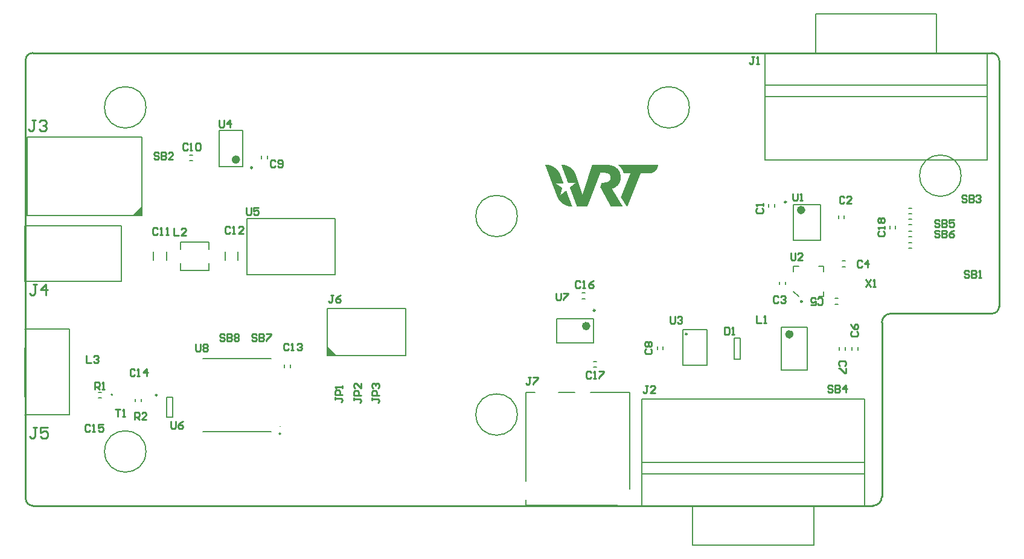
<source format=gto>
G04*
G04 #@! TF.GenerationSoftware,Altium Limited,Altium Designer,22.0.2 (36)*
G04*
G04 Layer_Color=65535*
%FSLAX44Y44*%
%MOMM*%
G71*
G04*
G04 #@! TF.SameCoordinates,2F7B36FA-1CAB-4409-8D5E-7B144DD93BD5*
G04*
G04*
G04 #@! TF.FilePolarity,Positive*
G04*
G01*
G75*
%ADD10C,0.1500*%
%ADD11C,0.2000*%
%ADD12C,0.2540*%
%ADD13C,0.1000*%
%ADD14C,0.6000*%
%ADD15C,0.2500*%
G36*
X150000Y407200D02*
X163000D01*
X163000Y420200D01*
X150000Y407200D01*
D02*
G37*
G36*
X422700Y224000D02*
Y211000D01*
X435700Y211000D01*
X422700Y224000D01*
D02*
G37*
G36*
X814092Y478353D02*
X816121D01*
Y478184D01*
X817473D01*
Y478015D01*
X818488D01*
Y477846D01*
X819502D01*
Y477677D01*
X820178D01*
Y477508D01*
X821024D01*
Y477339D01*
X821531D01*
Y477170D01*
X822207D01*
Y477001D01*
X822714D01*
Y476832D01*
X823221D01*
Y476663D01*
X823559D01*
Y476494D01*
X824067D01*
Y476325D01*
X824405D01*
Y476156D01*
X824743D01*
Y475987D01*
X825081D01*
Y475817D01*
X825419D01*
Y475648D01*
X825757D01*
Y475479D01*
X826095D01*
Y475310D01*
X826433D01*
Y475141D01*
X826772D01*
Y474972D01*
X826941D01*
Y474803D01*
X827279D01*
Y474634D01*
X827448D01*
Y474465D01*
X827786D01*
Y474296D01*
X827955D01*
Y474127D01*
X828293D01*
Y473958D01*
X828462D01*
Y473789D01*
X828631D01*
Y473620D01*
X828800D01*
Y473451D01*
X829138D01*
Y473282D01*
X829307D01*
Y473113D01*
X829476D01*
Y472943D01*
X829646D01*
Y472775D01*
X829815D01*
Y472605D01*
X829984D01*
Y472436D01*
X830153D01*
Y472267D01*
X830322D01*
Y472098D01*
X830491D01*
Y471929D01*
X830660D01*
Y471591D01*
X830829D01*
Y471422D01*
X830998D01*
Y471253D01*
X831167D01*
Y471084D01*
X831336D01*
Y470746D01*
X831505D01*
Y470577D01*
X831674D01*
Y470239D01*
X831843D01*
Y470070D01*
X832012D01*
Y469731D01*
X832181D01*
Y469562D01*
X832350D01*
Y469224D01*
X832520D01*
Y468886D01*
X832689D01*
Y468548D01*
X832858D01*
Y468210D01*
X833027D01*
Y467872D01*
X833196D01*
Y467365D01*
X833365D01*
Y467026D01*
X833534D01*
Y466350D01*
X833703D01*
Y465843D01*
X833872D01*
Y464998D01*
X834041D01*
Y464152D01*
X834210D01*
Y462631D01*
X834379D01*
Y458743D01*
X834210D01*
Y457390D01*
X834041D01*
Y456545D01*
X833872D01*
Y455869D01*
X833703D01*
Y455192D01*
X833534D01*
Y454685D01*
X833365D01*
Y454178D01*
X833196D01*
Y453840D01*
X833027D01*
Y453502D01*
X832858D01*
Y453164D01*
X832689D01*
Y452826D01*
X832520D01*
Y452487D01*
X832350D01*
Y452149D01*
X832181D01*
Y451811D01*
X832012D01*
Y451642D01*
X831843D01*
Y451304D01*
X831674D01*
Y451135D01*
X831505D01*
Y450966D01*
X831336D01*
Y450628D01*
X831167D01*
Y450459D01*
X830998D01*
Y450290D01*
X830829D01*
Y449952D01*
X830660D01*
Y449782D01*
X830491D01*
Y449613D01*
X830322D01*
Y449444D01*
X830153D01*
Y449275D01*
X829984D01*
Y449106D01*
X829815D01*
Y448937D01*
X829646D01*
Y448768D01*
X829476D01*
Y448599D01*
X829307D01*
Y448430D01*
X828969D01*
Y448261D01*
X828800D01*
Y448092D01*
X828631D01*
Y447923D01*
X828462D01*
Y447754D01*
X828293D01*
Y447585D01*
X827955D01*
Y447416D01*
X827786D01*
Y447247D01*
X827448D01*
Y447077D01*
X827279D01*
Y446908D01*
X826941D01*
Y446739D01*
X826772D01*
Y446570D01*
X826433D01*
Y446401D01*
X826095D01*
Y446232D01*
X825757D01*
Y446063D01*
X825419D01*
Y445894D01*
X825081D01*
Y445725D01*
X824743D01*
Y445556D01*
X824405D01*
Y445387D01*
X823898D01*
Y445218D01*
X823559D01*
Y445049D01*
X823052D01*
Y444880D01*
X822545D01*
Y444711D01*
X822207D01*
Y444373D01*
X822376D01*
Y444203D01*
X822545D01*
Y443865D01*
X822714D01*
Y443527D01*
X822883D01*
Y443358D01*
X823052D01*
Y443020D01*
X823221D01*
Y442682D01*
X823390D01*
Y442513D01*
X823559D01*
Y442175D01*
X823728D01*
Y441837D01*
X823898D01*
Y441668D01*
X824067D01*
Y441329D01*
X824236D01*
Y440991D01*
X824405D01*
Y440822D01*
X824574D01*
Y440484D01*
X824743D01*
Y440315D01*
X824912D01*
Y439977D01*
X825081D01*
Y439639D01*
X825250D01*
Y439470D01*
X825419D01*
Y439132D01*
X825588D01*
Y438794D01*
X825757D01*
Y438625D01*
X825926D01*
Y438287D01*
X826095D01*
Y437948D01*
X826264D01*
Y437779D01*
X826433D01*
Y437441D01*
X826602D01*
Y437272D01*
X826772D01*
Y436934D01*
X826941D01*
Y436596D01*
X827110D01*
Y436427D01*
X827279D01*
Y436089D01*
X827448D01*
Y435751D01*
X827617D01*
Y435582D01*
X827786D01*
Y435243D01*
X827955D01*
Y434905D01*
X828124D01*
Y434736D01*
X828293D01*
Y434398D01*
X828462D01*
Y434229D01*
X828631D01*
Y433891D01*
X828800D01*
Y433553D01*
X828969D01*
Y433384D01*
X829138D01*
Y433046D01*
X829307D01*
Y432707D01*
X829476D01*
Y432538D01*
X829646D01*
Y432200D01*
X829815D01*
Y431862D01*
X829984D01*
Y431693D01*
X830153D01*
Y431355D01*
X830322D01*
Y431186D01*
X830491D01*
Y430848D01*
X830660D01*
Y430510D01*
X830829D01*
Y430341D01*
X830998D01*
Y430003D01*
X831167D01*
Y429664D01*
X831336D01*
Y429495D01*
X831505D01*
Y429157D01*
X831674D01*
Y428819D01*
X831843D01*
Y428650D01*
X832012D01*
Y428312D01*
X832181D01*
Y428143D01*
X832350D01*
Y427805D01*
X832520D01*
Y427467D01*
X832689D01*
Y427298D01*
X832858D01*
Y426959D01*
X833027D01*
Y426621D01*
X833196D01*
Y426452D01*
X833365D01*
Y426114D01*
X833534D01*
Y425776D01*
X833703D01*
Y425607D01*
X833872D01*
Y425269D01*
X834041D01*
Y424931D01*
X834210D01*
Y424762D01*
X834379D01*
Y424424D01*
X834548D01*
Y424255D01*
X834717D01*
Y423917D01*
X834886D01*
Y423578D01*
X835055D01*
Y423409D01*
X835225D01*
Y423071D01*
X835394D01*
Y422733D01*
X835563D01*
Y422564D01*
X835732D01*
Y422226D01*
X835901D01*
Y421888D01*
X836070D01*
Y421719D01*
X836239D01*
Y421381D01*
X836408D01*
Y421212D01*
X836577D01*
Y420873D01*
X836746D01*
Y420535D01*
X836915D01*
Y420366D01*
X837084D01*
Y420028D01*
X837253D01*
Y419690D01*
X837422D01*
Y419521D01*
X837591D01*
Y419352D01*
X820854D01*
Y419521D01*
X820686D01*
Y419859D01*
X820516D01*
Y420028D01*
X820347D01*
Y420366D01*
X820178D01*
Y420704D01*
X820009D01*
Y421043D01*
X819840D01*
Y421381D01*
X819671D01*
Y421550D01*
X819502D01*
Y421888D01*
X819333D01*
Y422226D01*
X819164D01*
Y422564D01*
X818995D01*
Y422902D01*
X818826D01*
Y423240D01*
X818657D01*
Y423409D01*
X818488D01*
Y423747D01*
X818319D01*
Y424086D01*
X818150D01*
Y424424D01*
X817980D01*
Y424762D01*
X817812D01*
Y425100D01*
X817642D01*
Y425269D01*
X817473D01*
Y425607D01*
X817304D01*
Y425945D01*
X817135D01*
Y426283D01*
X816966D01*
Y426621D01*
X816797D01*
Y426959D01*
X816628D01*
Y427129D01*
X816459D01*
Y427467D01*
X816290D01*
Y427805D01*
X816121D01*
Y428143D01*
X815952D01*
Y428481D01*
X815783D01*
Y428819D01*
X815614D01*
Y428988D01*
X815445D01*
Y429326D01*
X815276D01*
Y429664D01*
X815107D01*
Y430003D01*
X814938D01*
Y430341D01*
X814768D01*
Y430510D01*
X814599D01*
Y430848D01*
X814430D01*
Y431186D01*
X814261D01*
Y431524D01*
X814092D01*
Y431862D01*
X813923D01*
Y432200D01*
X813754D01*
Y432369D01*
X813585D01*
Y432707D01*
X813416D01*
Y433046D01*
X813247D01*
Y433384D01*
X813078D01*
Y433722D01*
X812909D01*
Y434060D01*
X812740D01*
Y434229D01*
X812571D01*
Y434567D01*
X812402D01*
Y434905D01*
X812233D01*
Y435243D01*
X812064D01*
Y435582D01*
X811894D01*
Y435920D01*
X811725D01*
Y436089D01*
X811556D01*
Y436427D01*
X811387D01*
Y436765D01*
X811218D01*
Y437103D01*
X811049D01*
Y437441D01*
X810880D01*
Y437779D01*
X810711D01*
Y437948D01*
X810542D01*
Y438287D01*
X810373D01*
Y438625D01*
X810204D01*
Y438963D01*
X810035D01*
Y439301D01*
X809866D01*
Y439470D01*
X809697D01*
Y439808D01*
X809528D01*
Y440146D01*
X809359D01*
Y440484D01*
X809190D01*
Y440822D01*
X809020D01*
Y441161D01*
X808851D01*
Y441329D01*
X808682D01*
Y441668D01*
X808513D01*
Y442006D01*
X808344D01*
Y442344D01*
X808175D01*
Y442682D01*
X808006D01*
Y443020D01*
X807837D01*
Y443189D01*
X807668D01*
Y443527D01*
X807499D01*
Y443865D01*
X807330D01*
Y444203D01*
X807161D01*
Y444542D01*
X806992D01*
Y444880D01*
X806823D01*
Y445049D01*
X806654D01*
Y445387D01*
X806485D01*
Y445725D01*
X806316D01*
Y446063D01*
X806146D01*
Y446401D01*
X805977D01*
Y446739D01*
X805808D01*
Y446908D01*
X805639D01*
Y447247D01*
X805808D01*
Y447585D01*
X805977D01*
Y448092D01*
X806146D01*
Y448599D01*
X806316D01*
Y448937D01*
X806485D01*
Y449444D01*
X806654D01*
Y449952D01*
X806823D01*
Y450290D01*
X806992D01*
Y450797D01*
X807161D01*
Y451135D01*
X807330D01*
Y451642D01*
X807499D01*
Y452149D01*
X807668D01*
Y452487D01*
X807837D01*
Y452995D01*
X808006D01*
Y453164D01*
X811218D01*
Y453333D01*
X812909D01*
Y453502D01*
X813923D01*
Y453671D01*
X814599D01*
Y453840D01*
X815276D01*
Y454009D01*
X815783D01*
Y454178D01*
X816121D01*
Y454347D01*
X816628D01*
Y454516D01*
X816966D01*
Y454685D01*
X817135D01*
Y454854D01*
X817473D01*
Y455023D01*
X817642D01*
Y455192D01*
X817980D01*
Y455361D01*
X818150D01*
Y455531D01*
X818319D01*
Y455700D01*
X818488D01*
Y455869D01*
X818657D01*
Y456038D01*
X818826D01*
Y456207D01*
X818995D01*
Y456376D01*
X819164D01*
Y456714D01*
X819333D01*
Y456883D01*
X819502D01*
Y457221D01*
X819671D01*
Y457559D01*
X819840D01*
Y458066D01*
X820009D01*
Y458743D01*
X820178D01*
Y461955D01*
X820009D01*
Y462631D01*
X819840D01*
Y462969D01*
X819671D01*
Y463307D01*
X819502D01*
Y463645D01*
X819333D01*
Y463814D01*
X819164D01*
Y464152D01*
X818995D01*
Y464322D01*
X818826D01*
Y464491D01*
X818657D01*
Y464660D01*
X818488D01*
Y464829D01*
X818319D01*
Y464998D01*
X818150D01*
Y465167D01*
X817980D01*
Y465336D01*
X817642D01*
Y465505D01*
X817304D01*
Y465674D01*
X817135D01*
Y465843D01*
X816797D01*
Y466012D01*
X816290D01*
Y466181D01*
X815783D01*
Y466350D01*
X815276D01*
Y466519D01*
X814599D01*
Y466688D01*
X813585D01*
Y466857D01*
X811725D01*
Y467026D01*
X805977D01*
Y466688D01*
X805808D01*
Y466350D01*
X805639D01*
Y465843D01*
X805470D01*
Y465336D01*
X805301D01*
Y464998D01*
X805132D01*
Y464491D01*
X804963D01*
Y464152D01*
X804794D01*
Y463645D01*
X804625D01*
Y463138D01*
X804456D01*
Y462800D01*
X804287D01*
Y462293D01*
X804118D01*
Y461955D01*
X803949D01*
Y461447D01*
X803780D01*
Y460940D01*
X803611D01*
Y460602D01*
X803441D01*
Y460095D01*
X803272D01*
Y459757D01*
X803103D01*
Y459250D01*
X802934D01*
Y458743D01*
X802765D01*
Y458405D01*
X802596D01*
Y457897D01*
X802427D01*
Y457559D01*
X802258D01*
Y457052D01*
X802089D01*
Y456545D01*
X801920D01*
Y456207D01*
X801751D01*
Y455700D01*
X801582D01*
Y455361D01*
X801413D01*
Y454854D01*
X801244D01*
Y454516D01*
X801075D01*
Y454009D01*
X800906D01*
Y453502D01*
X800736D01*
Y453164D01*
X800567D01*
Y452657D01*
X800398D01*
Y452318D01*
X800229D01*
Y451811D01*
X800060D01*
Y451304D01*
X799891D01*
Y450966D01*
X799722D01*
Y450459D01*
X799553D01*
Y450121D01*
X799384D01*
Y449613D01*
X799215D01*
Y449106D01*
X799046D01*
Y448768D01*
X798877D01*
Y448261D01*
X798708D01*
Y447923D01*
X798539D01*
Y447416D01*
X798370D01*
Y446908D01*
X798201D01*
Y446570D01*
X798032D01*
Y446063D01*
X797862D01*
Y445725D01*
X797693D01*
Y445218D01*
X797524D01*
Y444711D01*
X797355D01*
Y444373D01*
X797186D01*
Y443865D01*
X797017D01*
Y443527D01*
X796848D01*
Y443020D01*
X796679D01*
Y442513D01*
X796510D01*
Y442175D01*
X796341D01*
Y441668D01*
X796172D01*
Y441329D01*
X796003D01*
Y440822D01*
X795834D01*
Y440484D01*
X795665D01*
Y439977D01*
X795496D01*
Y439470D01*
X795327D01*
Y439132D01*
X795158D01*
Y438625D01*
X794989D01*
Y438287D01*
X794819D01*
Y437779D01*
X794650D01*
Y437272D01*
X794481D01*
Y436934D01*
X794312D01*
Y436427D01*
X794143D01*
Y436089D01*
X793974D01*
Y435582D01*
X793805D01*
Y435074D01*
X793636D01*
Y434736D01*
X793467D01*
Y434229D01*
X793298D01*
Y433891D01*
X793129D01*
Y433384D01*
X792960D01*
Y432877D01*
X792791D01*
Y432538D01*
X792622D01*
Y432031D01*
X792453D01*
Y431693D01*
X792284D01*
Y431186D01*
X792114D01*
Y430679D01*
X791945D01*
Y430341D01*
X791776D01*
Y429834D01*
X791607D01*
Y429495D01*
X791438D01*
Y428988D01*
X791269D01*
Y428481D01*
X791100D01*
Y428143D01*
X790931D01*
Y427636D01*
X790762D01*
Y427298D01*
X790593D01*
Y426791D01*
X790424D01*
Y426452D01*
X790255D01*
Y425945D01*
X790086D01*
Y425438D01*
X789917D01*
Y425100D01*
X789748D01*
Y424593D01*
X789579D01*
Y424255D01*
X789410D01*
Y423747D01*
X789241D01*
Y423240D01*
X789072D01*
Y422902D01*
X788902D01*
Y422395D01*
X788733D01*
Y422057D01*
X788564D01*
Y421550D01*
X788395D01*
Y421043D01*
X788226D01*
Y420704D01*
X788057D01*
Y420197D01*
X787888D01*
Y419859D01*
X787719D01*
Y419352D01*
X773349D01*
Y419521D01*
X773180D01*
Y420028D01*
X773011D01*
Y420366D01*
X772842D01*
Y420873D01*
X772673D01*
Y421212D01*
X772504D01*
Y421719D01*
X772335D01*
Y422226D01*
X772166D01*
Y422564D01*
X771997D01*
Y423071D01*
X771827D01*
Y423578D01*
X771658D01*
Y423917D01*
X771489D01*
Y424424D01*
X771320D01*
Y424931D01*
X771151D01*
Y425269D01*
X770982D01*
Y425776D01*
X770813D01*
Y426283D01*
X770644D01*
Y426621D01*
X770475D01*
Y427129D01*
X770306D01*
Y427467D01*
X770137D01*
Y427974D01*
X769968D01*
Y428481D01*
X769799D01*
Y428819D01*
X769630D01*
Y429326D01*
X769461D01*
Y429834D01*
X769292D01*
Y430172D01*
X769123D01*
Y430679D01*
X768953D01*
Y431186D01*
X768784D01*
Y431524D01*
X768615D01*
Y432031D01*
X768446D01*
Y432369D01*
X768277D01*
Y432877D01*
X768108D01*
Y433384D01*
X767939D01*
Y433722D01*
X767770D01*
Y434229D01*
X767601D01*
Y434736D01*
X767432D01*
Y435074D01*
X767263D01*
Y435582D01*
X767094D01*
Y436089D01*
X766925D01*
Y436427D01*
X766756D01*
Y436934D01*
X766587D01*
Y437441D01*
X766418D01*
Y437779D01*
X766249D01*
Y438287D01*
X766079D01*
Y438625D01*
X765910D01*
Y439132D01*
X765741D01*
Y439639D01*
X765572D01*
Y439977D01*
X765403D01*
Y440484D01*
X765234D01*
Y440991D01*
X765065D01*
Y441329D01*
X764896D01*
Y441837D01*
X764727D01*
Y442344D01*
X764558D01*
Y442682D01*
X764389D01*
Y443189D01*
X764220D01*
Y443696D01*
X764051D01*
Y444035D01*
X763882D01*
Y444542D01*
X763713D01*
Y444880D01*
X763544D01*
Y445387D01*
X763375D01*
Y445894D01*
X763205D01*
Y446232D01*
X763036D01*
Y446401D01*
X763205D01*
Y446570D01*
X763375D01*
Y446739D01*
X763713D01*
Y446908D01*
X763882D01*
Y447077D01*
X764051D01*
Y447247D01*
X764220D01*
Y447416D01*
X764558D01*
Y447585D01*
X764727D01*
Y447754D01*
X764896D01*
Y447923D01*
X765065D01*
Y448092D01*
X765403D01*
Y448261D01*
X765572D01*
Y448430D01*
X765741D01*
Y448599D01*
X765910D01*
Y448768D01*
X766249D01*
Y448937D01*
X766418D01*
Y449106D01*
X766587D01*
Y449275D01*
X766756D01*
Y449444D01*
X767094D01*
Y449613D01*
X767263D01*
Y449782D01*
X767432D01*
Y449952D01*
X767601D01*
Y450121D01*
X767939D01*
Y450290D01*
X768108D01*
Y450459D01*
X768277D01*
Y450628D01*
X768446D01*
Y450797D01*
X768784D01*
Y450966D01*
X768953D01*
Y451135D01*
X769123D01*
Y451304D01*
X769292D01*
Y451473D01*
X769630D01*
Y451642D01*
X769799D01*
Y451811D01*
X769968D01*
Y451980D01*
X770137D01*
Y452149D01*
X770475D01*
Y452318D01*
X770644D01*
Y452487D01*
X770813D01*
Y452657D01*
X770982D01*
Y452826D01*
X771151D01*
Y452995D01*
X770644D01*
Y452826D01*
X766925D01*
Y452657D01*
X763205D01*
Y452487D01*
X760670D01*
Y452995D01*
X760501D01*
Y453502D01*
X760331D01*
Y453840D01*
X760163D01*
Y454347D01*
X759993D01*
Y454854D01*
X759824D01*
Y455192D01*
X759655D01*
Y455700D01*
X759486D01*
Y456207D01*
X759317D01*
Y456545D01*
X759148D01*
Y457052D01*
X758979D01*
Y457390D01*
X758810D01*
Y457897D01*
X758641D01*
Y458405D01*
X758472D01*
Y458743D01*
X758303D01*
Y459250D01*
X758134D01*
Y459757D01*
X757965D01*
Y460095D01*
X757796D01*
Y460602D01*
X757627D01*
Y461109D01*
X757458D01*
Y461447D01*
X757289D01*
Y461955D01*
X757119D01*
Y462293D01*
X756950D01*
Y462800D01*
X756781D01*
Y463307D01*
X756612D01*
Y463645D01*
X756443D01*
Y464152D01*
X756274D01*
Y464660D01*
X756105D01*
Y464998D01*
X755936D01*
Y465505D01*
X755767D01*
Y466012D01*
X755598D01*
Y466350D01*
X755429D01*
Y466857D01*
X755260D01*
Y467365D01*
X755091D01*
Y467703D01*
X754922D01*
Y468210D01*
X754753D01*
Y468548D01*
X754584D01*
Y469055D01*
X754415D01*
Y469562D01*
X754245D01*
Y469901D01*
X754076D01*
Y470408D01*
X753907D01*
Y470915D01*
X753738D01*
Y471253D01*
X753569D01*
Y471760D01*
X753400D01*
Y472267D01*
X753231D01*
Y472605D01*
X753062D01*
Y473113D01*
X752893D01*
Y473620D01*
X752724D01*
Y473958D01*
X752555D01*
Y474465D01*
X752386D01*
Y474803D01*
X752217D01*
Y475310D01*
X752048D01*
Y475817D01*
X751879D01*
Y476156D01*
X751710D01*
Y476663D01*
X751541D01*
Y477170D01*
X751371D01*
Y477508D01*
X751202D01*
Y478015D01*
X751033D01*
Y478522D01*
X752724D01*
Y478353D01*
X754245D01*
Y478184D01*
X755260D01*
Y478015D01*
X756105D01*
Y477846D01*
X756781D01*
Y477677D01*
X757289D01*
Y477508D01*
X757796D01*
Y477339D01*
X758303D01*
Y477170D01*
X758810D01*
Y477001D01*
X759317D01*
Y476832D01*
X759655D01*
Y476663D01*
X759993D01*
Y476494D01*
X760331D01*
Y476325D01*
X760670D01*
Y476156D01*
X761008D01*
Y475987D01*
X761346D01*
Y475817D01*
X761684D01*
Y475648D01*
X762022D01*
Y475479D01*
X762360D01*
Y475310D01*
X762529D01*
Y475141D01*
X762867D01*
Y474972D01*
X763036D01*
Y474803D01*
X763375D01*
Y474634D01*
X763544D01*
Y474465D01*
X763882D01*
Y474296D01*
X764051D01*
Y474127D01*
X764389D01*
Y473958D01*
X764558D01*
Y473789D01*
X764727D01*
Y473620D01*
X764896D01*
Y473451D01*
X765234D01*
Y473282D01*
X765403D01*
Y473113D01*
X765572D01*
Y472943D01*
X765741D01*
Y472775D01*
X765910D01*
Y472605D01*
X766079D01*
Y472436D01*
X766249D01*
Y472267D01*
X766418D01*
Y472098D01*
X766587D01*
Y471929D01*
X766756D01*
Y471760D01*
X766925D01*
Y471591D01*
X767094D01*
Y471422D01*
X767263D01*
Y471253D01*
X767432D01*
Y471084D01*
X767601D01*
Y470915D01*
X767770D01*
Y470746D01*
X767939D01*
Y470408D01*
X768108D01*
Y470239D01*
X768277D01*
Y470070D01*
X768446D01*
Y469901D01*
X768615D01*
Y469562D01*
X768784D01*
Y469393D01*
X768953D01*
Y469224D01*
X769123D01*
Y468886D01*
X769292D01*
Y468717D01*
X769461D01*
Y468379D01*
X769630D01*
Y468210D01*
X769799D01*
Y467872D01*
X769968D01*
Y467534D01*
X770137D01*
Y467365D01*
X770306D01*
Y467026D01*
X770475D01*
Y466688D01*
X770644D01*
Y466350D01*
X770813D01*
Y466012D01*
X770982D01*
Y465674D01*
X771151D01*
Y465167D01*
X771320D01*
Y464829D01*
X771489D01*
Y464491D01*
X771658D01*
Y463983D01*
X771827D01*
Y463476D01*
X771997D01*
Y462969D01*
X772166D01*
Y462462D01*
X772335D01*
Y461955D01*
X772504D01*
Y461447D01*
X772673D01*
Y460940D01*
X772842D01*
Y460433D01*
X773011D01*
Y459926D01*
X773180D01*
Y459419D01*
X773349D01*
Y458912D01*
X773518D01*
Y458405D01*
X773687D01*
Y457897D01*
X773856D01*
Y457390D01*
X774025D01*
Y456714D01*
X774194D01*
Y456207D01*
X774363D01*
Y455700D01*
X774532D01*
Y455192D01*
X774702D01*
Y454685D01*
X774871D01*
Y454178D01*
X775040D01*
Y453671D01*
X775209D01*
Y453164D01*
X775378D01*
Y452657D01*
X775547D01*
Y452149D01*
X775716D01*
Y451642D01*
X775885D01*
Y451135D01*
X776054D01*
Y450628D01*
X776223D01*
Y450121D01*
X776392D01*
Y449613D01*
X776561D01*
Y449106D01*
X776730D01*
Y448430D01*
X776899D01*
Y447923D01*
X777068D01*
Y447416D01*
X777237D01*
Y446908D01*
X777406D01*
Y446401D01*
X777576D01*
Y445894D01*
X777745D01*
Y445387D01*
X777914D01*
Y444880D01*
X778083D01*
Y444373D01*
X778252D01*
Y443865D01*
X778421D01*
Y443358D01*
X778590D01*
Y442851D01*
X778759D01*
Y442344D01*
X778928D01*
Y441837D01*
X779097D01*
Y441329D01*
X779266D01*
Y440822D01*
X779435D01*
Y440315D01*
X779604D01*
Y439639D01*
X779773D01*
Y439132D01*
X779942D01*
Y438625D01*
X780111D01*
Y438117D01*
X780281D01*
Y437610D01*
X780450D01*
Y437103D01*
X780619D01*
Y436596D01*
X780957D01*
Y436765D01*
X781126D01*
Y437272D01*
X781295D01*
Y437779D01*
X781464D01*
Y438287D01*
X781633D01*
Y438794D01*
X781802D01*
Y439301D01*
X781971D01*
Y439808D01*
X782140D01*
Y440315D01*
X782309D01*
Y440822D01*
X782478D01*
Y441499D01*
X782647D01*
Y442006D01*
X782816D01*
Y442513D01*
X782985D01*
Y443020D01*
X783154D01*
Y443527D01*
X783324D01*
Y444035D01*
X783493D01*
Y444542D01*
X783662D01*
Y445049D01*
X783831D01*
Y445556D01*
X784000D01*
Y446063D01*
X784169D01*
Y446570D01*
X784338D01*
Y447077D01*
X784507D01*
Y447585D01*
X784676D01*
Y448261D01*
X784845D01*
Y448768D01*
X785014D01*
Y449275D01*
X785183D01*
Y449782D01*
X785352D01*
Y450290D01*
X785521D01*
Y450797D01*
X785690D01*
Y451304D01*
X785859D01*
Y451811D01*
X786029D01*
Y452318D01*
X786198D01*
Y452826D01*
X786367D01*
Y453333D01*
X786536D01*
Y453840D01*
X786705D01*
Y454347D01*
X786874D01*
Y455023D01*
X787043D01*
Y455531D01*
X787212D01*
Y456038D01*
X787381D01*
Y456545D01*
X787550D01*
Y457052D01*
X787719D01*
Y457559D01*
X787888D01*
Y458066D01*
X788057D01*
Y458573D01*
X788226D01*
Y459081D01*
X788395D01*
Y459588D01*
X788564D01*
Y460095D01*
X788733D01*
Y460602D01*
X788902D01*
Y461278D01*
X789072D01*
Y461786D01*
X789241D01*
Y462293D01*
X789410D01*
Y462800D01*
X789579D01*
Y463307D01*
X789748D01*
Y463814D01*
X789917D01*
Y464322D01*
X790086D01*
Y464829D01*
X790255D01*
Y465336D01*
X790424D01*
Y465843D01*
X790593D01*
Y466350D01*
X790762D01*
Y466857D01*
X790931D01*
Y467365D01*
X791100D01*
Y468041D01*
X791269D01*
Y468548D01*
X791438D01*
Y469055D01*
X791607D01*
Y469562D01*
X791776D01*
Y470070D01*
X791945D01*
Y470577D01*
X792114D01*
Y471084D01*
X792284D01*
Y471591D01*
X792453D01*
Y472098D01*
X792622D01*
Y472605D01*
X792791D01*
Y473113D01*
X792960D01*
Y473620D01*
X793129D01*
Y474296D01*
X793298D01*
Y474803D01*
X793467D01*
Y475310D01*
X793636D01*
Y475817D01*
X793805D01*
Y476325D01*
X793974D01*
Y476832D01*
X794143D01*
Y477339D01*
X794312D01*
Y477846D01*
X794481D01*
Y478353D01*
X794650D01*
Y478522D01*
X814092D01*
Y478353D01*
D02*
G37*
G36*
X886956Y477339D02*
X886787D01*
Y476156D01*
X886618D01*
Y475310D01*
X886449D01*
Y474803D01*
X886280D01*
Y474296D01*
X886111D01*
Y473789D01*
X885942D01*
Y473451D01*
X885773D01*
Y473113D01*
X885604D01*
Y472775D01*
X885435D01*
Y472436D01*
X885266D01*
Y472098D01*
X885097D01*
Y471929D01*
X884928D01*
Y471591D01*
X884759D01*
Y471422D01*
X884590D01*
Y471084D01*
X884421D01*
Y470915D01*
X884251D01*
Y470746D01*
X884082D01*
Y470577D01*
X883913D01*
Y470408D01*
X883744D01*
Y470070D01*
X883575D01*
Y469901D01*
X883406D01*
Y469731D01*
X883237D01*
Y469562D01*
X882899D01*
Y469393D01*
X882730D01*
Y469224D01*
X882561D01*
Y469055D01*
X882392D01*
Y468886D01*
X882223D01*
Y468717D01*
X881885D01*
Y468548D01*
X881716D01*
Y468379D01*
X881377D01*
Y468210D01*
X881208D01*
Y468041D01*
X880870D01*
Y467872D01*
X880701D01*
Y467703D01*
X880363D01*
Y467534D01*
X880025D01*
Y467365D01*
X879518D01*
Y467196D01*
X879180D01*
Y467026D01*
X878673D01*
Y466857D01*
X878165D01*
Y466688D01*
X877489D01*
Y466519D01*
X876644D01*
Y466350D01*
X862443D01*
Y466181D01*
X862274D01*
Y465843D01*
X862105D01*
Y465336D01*
X861936D01*
Y464998D01*
X861767D01*
Y464491D01*
X861598D01*
Y464152D01*
X861429D01*
Y463645D01*
X861260D01*
Y463307D01*
X861090D01*
Y462800D01*
X860921D01*
Y462462D01*
X860752D01*
Y461955D01*
X860583D01*
Y461617D01*
X860414D01*
Y461109D01*
X860245D01*
Y460771D01*
X860076D01*
Y460264D01*
X859907D01*
Y459926D01*
X859738D01*
Y459419D01*
X859569D01*
Y459081D01*
X859400D01*
Y458573D01*
X859231D01*
Y458235D01*
X859062D01*
Y457728D01*
X858893D01*
Y457390D01*
X858724D01*
Y456883D01*
X858555D01*
Y456545D01*
X858386D01*
Y456038D01*
X858216D01*
Y455700D01*
X858047D01*
Y455192D01*
X857878D01*
Y454854D01*
X857709D01*
Y454347D01*
X857540D01*
Y453840D01*
X857371D01*
Y453502D01*
X857202D01*
Y452995D01*
X857033D01*
Y452657D01*
X856864D01*
Y452149D01*
X856695D01*
Y451811D01*
X856526D01*
Y451304D01*
X856357D01*
Y450966D01*
X856188D01*
Y450459D01*
X856019D01*
Y450121D01*
X855850D01*
Y449613D01*
X855681D01*
Y449275D01*
X855512D01*
Y448768D01*
X855342D01*
Y448430D01*
X855173D01*
Y447923D01*
X855004D01*
Y447585D01*
X854835D01*
Y447416D01*
Y447247D01*
Y447077D01*
X854666D01*
Y446739D01*
X854497D01*
Y446232D01*
X854328D01*
Y445894D01*
X854159D01*
Y445387D01*
X853990D01*
Y445049D01*
X853821D01*
Y444542D01*
X853652D01*
Y444203D01*
X853483D01*
Y443696D01*
X853314D01*
Y443358D01*
X853145D01*
Y442851D01*
X852976D01*
Y442344D01*
X852807D01*
Y442006D01*
X852638D01*
Y441499D01*
X852468D01*
Y441161D01*
X852299D01*
Y440653D01*
X852130D01*
Y440315D01*
X851961D01*
Y439808D01*
X851792D01*
Y439470D01*
X851623D01*
Y438963D01*
X851454D01*
Y438625D01*
X851285D01*
Y438117D01*
X851116D01*
Y437779D01*
X850947D01*
Y437272D01*
X850778D01*
Y436934D01*
X850609D01*
Y436427D01*
X850440D01*
Y436089D01*
X850271D01*
Y435582D01*
X850102D01*
Y435243D01*
X849933D01*
Y434736D01*
X849764D01*
Y434398D01*
X849594D01*
Y433891D01*
X849426D01*
Y433553D01*
X849256D01*
Y433046D01*
X849087D01*
Y432707D01*
X848918D01*
Y432200D01*
X848749D01*
Y431862D01*
X848580D01*
Y431355D01*
X848411D01*
Y431017D01*
X848242D01*
Y430510D01*
X848073D01*
Y430003D01*
X847904D01*
Y429664D01*
X847735D01*
Y429157D01*
X847566D01*
Y428819D01*
X847397D01*
Y428312D01*
X847228D01*
Y427974D01*
X847059D01*
Y427467D01*
X846890D01*
Y427129D01*
X846721D01*
Y426621D01*
X846551D01*
Y426283D01*
X846382D01*
Y425776D01*
X846213D01*
Y425438D01*
X846044D01*
Y424931D01*
X845875D01*
Y424593D01*
X845706D01*
Y424086D01*
X845537D01*
Y423747D01*
X845368D01*
Y423240D01*
X845199D01*
Y422902D01*
X845030D01*
Y422395D01*
X844861D01*
Y422057D01*
X844692D01*
Y421550D01*
X844523D01*
Y421212D01*
X844354D01*
Y420704D01*
X844185D01*
Y420366D01*
X844016D01*
Y419859D01*
X843847D01*
Y419521D01*
X843678D01*
Y419352D01*
X842832D01*
Y419690D01*
X842663D01*
Y419859D01*
X842494D01*
Y420197D01*
X842325D01*
Y420535D01*
X842156D01*
Y420704D01*
X841987D01*
Y421043D01*
X841818D01*
Y421212D01*
X841649D01*
Y421550D01*
X841480D01*
Y421888D01*
X841311D01*
Y422057D01*
X841142D01*
Y422395D01*
X840973D01*
Y422733D01*
X840803D01*
Y422902D01*
X840634D01*
Y423240D01*
X840465D01*
Y423578D01*
X840296D01*
Y423747D01*
X840127D01*
Y424086D01*
X839958D01*
Y424255D01*
X839789D01*
Y424593D01*
X839620D01*
Y424931D01*
X839451D01*
Y425100D01*
X839282D01*
Y425438D01*
X839113D01*
Y425776D01*
X838944D01*
Y425945D01*
X838775D01*
Y426283D01*
X838606D01*
Y426621D01*
X838437D01*
Y426791D01*
X838268D01*
Y427129D01*
X838099D01*
Y427298D01*
X837930D01*
Y427636D01*
X837760D01*
Y427974D01*
X837591D01*
Y428143D01*
X837422D01*
Y428481D01*
X837253D01*
Y428819D01*
X837084D01*
Y428988D01*
X836915D01*
Y429326D01*
X836746D01*
Y429664D01*
X836577D01*
Y429834D01*
X836408D01*
Y430172D01*
X836239D01*
Y430510D01*
X836070D01*
Y430679D01*
X835901D01*
Y431017D01*
X835732D01*
Y431186D01*
X835563D01*
Y431524D01*
X835394D01*
Y431862D01*
X835225D01*
Y432031D01*
X835055D01*
Y432369D01*
X834886D01*
Y432707D01*
X834717D01*
Y433046D01*
X834886D01*
Y433384D01*
X835055D01*
Y433891D01*
X835225D01*
Y434229D01*
X835394D01*
Y434736D01*
X835563D01*
Y435074D01*
X835732D01*
Y435582D01*
X835901D01*
Y435920D01*
X836070D01*
Y436427D01*
X836239D01*
Y436765D01*
X836408D01*
Y437272D01*
X836577D01*
Y437610D01*
X836746D01*
Y438117D01*
X836915D01*
Y438456D01*
X837084D01*
Y438963D01*
X837253D01*
Y439301D01*
X837422D01*
Y439808D01*
X837591D01*
Y440146D01*
X837760D01*
Y440653D01*
X837930D01*
Y440991D01*
X838099D01*
Y441499D01*
X838268D01*
Y441837D01*
X838437D01*
Y442344D01*
X838606D01*
Y442682D01*
X838775D01*
Y443189D01*
X838944D01*
Y443527D01*
X839113D01*
Y444035D01*
X839282D01*
Y444373D01*
X839451D01*
Y444880D01*
X839620D01*
Y445387D01*
X839789D01*
Y445725D01*
X839958D01*
Y446232D01*
X840127D01*
Y446570D01*
X840296D01*
Y447077D01*
X840465D01*
Y447416D01*
X840634D01*
Y447923D01*
X840803D01*
Y448261D01*
X840973D01*
Y448768D01*
X841142D01*
Y449106D01*
X841311D01*
Y449613D01*
X841480D01*
Y449952D01*
X841649D01*
Y450459D01*
X841818D01*
Y450797D01*
X841987D01*
Y451304D01*
X842156D01*
Y451642D01*
X842325D01*
Y452149D01*
X842494D01*
Y452487D01*
X842663D01*
Y452995D01*
X842832D01*
Y453333D01*
X843001D01*
Y453840D01*
X843170D01*
Y454178D01*
X843339D01*
Y454685D01*
X843508D01*
Y455023D01*
X843678D01*
Y455531D01*
X843847D01*
Y455869D01*
X844016D01*
Y456376D01*
X844185D01*
Y456714D01*
X844354D01*
Y457221D01*
X844523D01*
Y457728D01*
X844692D01*
Y458066D01*
X844861D01*
Y458573D01*
X845030D01*
Y458912D01*
X845199D01*
Y459419D01*
X845368D01*
Y459757D01*
X845537D01*
Y460264D01*
X845706D01*
Y460602D01*
X845875D01*
Y461109D01*
X846044D01*
Y461447D01*
X846213D01*
Y461955D01*
X846382D01*
Y462293D01*
X846551D01*
Y462800D01*
X846721D01*
Y463138D01*
X846890D01*
Y463645D01*
X847059D01*
Y463983D01*
X847228D01*
Y464491D01*
X847397D01*
Y464829D01*
X847566D01*
Y465336D01*
X847735D01*
Y465674D01*
X847904D01*
Y466350D01*
X838268D01*
Y467026D01*
X838099D01*
Y467534D01*
X837930D01*
Y468210D01*
X837760D01*
Y468717D01*
X837591D01*
Y469055D01*
X837422D01*
Y469562D01*
X837253D01*
Y469901D01*
X837084D01*
Y470239D01*
X836915D01*
Y470577D01*
X836746D01*
Y470915D01*
X836577D01*
Y471253D01*
X836408D01*
Y471591D01*
X836239D01*
Y471929D01*
X836070D01*
Y472098D01*
X835901D01*
Y472436D01*
X835732D01*
Y472605D01*
X835563D01*
Y472943D01*
X835394D01*
Y473113D01*
X835225D01*
Y473451D01*
X835055D01*
Y473620D01*
X834886D01*
Y473789D01*
X834717D01*
Y474127D01*
X834548D01*
Y474296D01*
X834379D01*
Y474465D01*
X834210D01*
Y474634D01*
X834041D01*
Y474972D01*
X833872D01*
Y475141D01*
X833703D01*
Y475310D01*
X833534D01*
Y475479D01*
X833365D01*
Y475648D01*
X833196D01*
Y475817D01*
X833027D01*
Y475987D01*
X832858D01*
Y476156D01*
X832689D01*
Y476325D01*
X832520D01*
Y476494D01*
X832350D01*
Y476663D01*
X832181D01*
Y476832D01*
X831843D01*
Y477001D01*
X831674D01*
Y477170D01*
X831505D01*
Y477339D01*
X831336D01*
Y477508D01*
X830998D01*
Y477677D01*
X830829D01*
Y477846D01*
X830660D01*
Y478015D01*
X830322D01*
Y478184D01*
X830153D01*
Y478353D01*
X829815D01*
Y478522D01*
X886956D01*
Y477339D01*
D02*
G37*
G36*
X729732Y478353D02*
X731423D01*
Y478184D01*
X732606D01*
Y478015D01*
X733451D01*
Y477846D01*
X734127D01*
Y477677D01*
X734635D01*
Y477508D01*
X735311D01*
Y477339D01*
X735818D01*
Y477170D01*
X736325D01*
Y477001D01*
X736663D01*
Y476832D01*
X737170D01*
Y476663D01*
X737509D01*
Y476494D01*
X737847D01*
Y476325D01*
X738354D01*
Y476156D01*
X738692D01*
Y475987D01*
X739030D01*
Y475817D01*
X739368D01*
Y475648D01*
X739537D01*
Y475479D01*
X739875D01*
Y475310D01*
X740213D01*
Y475141D01*
X740383D01*
Y474972D01*
X740721D01*
Y474803D01*
X741059D01*
Y474634D01*
X741228D01*
Y474465D01*
X741566D01*
Y474296D01*
X741735D01*
Y474127D01*
X741904D01*
Y473958D01*
X742242D01*
Y473789D01*
X742411D01*
Y473620D01*
X742580D01*
Y473451D01*
X742918D01*
Y473282D01*
X743087D01*
Y473113D01*
X743257D01*
Y472943D01*
X743426D01*
Y472775D01*
X743595D01*
Y472605D01*
X743933D01*
Y472436D01*
X744102D01*
Y472267D01*
X744271D01*
Y472098D01*
X744440D01*
Y471929D01*
X744609D01*
Y471760D01*
X744778D01*
Y471591D01*
X744947D01*
Y471422D01*
X745116D01*
Y471253D01*
X745285D01*
Y471084D01*
X745454D01*
Y470915D01*
X745623D01*
Y470577D01*
X745792D01*
Y470408D01*
X745962D01*
Y470239D01*
X746131D01*
Y470070D01*
X746300D01*
Y469901D01*
X746469D01*
Y469562D01*
X746638D01*
Y469393D01*
X746807D01*
Y469224D01*
X746976D01*
Y468886D01*
X747145D01*
Y468717D01*
X747314D01*
Y468548D01*
X747483D01*
Y468210D01*
X747652D01*
Y468041D01*
X747821D01*
Y467703D01*
X747990D01*
Y467365D01*
X748159D01*
Y467196D01*
X748328D01*
Y466857D01*
X748497D01*
Y466519D01*
X748667D01*
Y466350D01*
X748836D01*
Y466012D01*
X749005D01*
Y465674D01*
X749174D01*
Y465336D01*
X749343D01*
Y464829D01*
X749512D01*
Y464491D01*
X749681D01*
Y464152D01*
X749850D01*
Y463645D01*
X750019D01*
Y463307D01*
X750188D01*
Y462800D01*
X750357D01*
Y462293D01*
X750526D01*
Y461955D01*
X750695D01*
Y461447D01*
X750864D01*
Y461109D01*
X751033D01*
Y460602D01*
X751202D01*
Y460095D01*
X751371D01*
Y459757D01*
X751541D01*
Y459250D01*
X751710D01*
Y458743D01*
X751879D01*
Y458405D01*
X752048D01*
Y457897D01*
X752217D01*
Y457390D01*
X752386D01*
Y457052D01*
X752555D01*
Y456545D01*
X752724D01*
Y456038D01*
X752893D01*
Y455700D01*
X753062D01*
Y455192D01*
X753231D01*
Y454854D01*
X753400D01*
Y454347D01*
X753569D01*
Y453840D01*
X753738D01*
Y453502D01*
X753907D01*
Y452995D01*
X754076D01*
Y452487D01*
X754245D01*
Y452149D01*
X752217D01*
Y451980D01*
X748497D01*
Y451811D01*
X744947D01*
Y451642D01*
X743933D01*
Y451473D01*
X744102D01*
Y451304D01*
X744440D01*
Y451135D01*
X744609D01*
Y450966D01*
X744947D01*
Y450797D01*
X745116D01*
Y450628D01*
X745454D01*
Y450459D01*
X745623D01*
Y450290D01*
X745962D01*
Y450121D01*
X746131D01*
Y449952D01*
X746469D01*
Y449782D01*
X746638D01*
Y449613D01*
X746976D01*
Y449444D01*
X747145D01*
Y449275D01*
X747483D01*
Y449106D01*
X747821D01*
Y448937D01*
X747990D01*
Y448768D01*
X748328D01*
Y448599D01*
X748497D01*
Y448430D01*
X748836D01*
Y448261D01*
X749005D01*
Y448092D01*
X749343D01*
Y447923D01*
X749512D01*
Y447754D01*
X749850D01*
Y447585D01*
X750019D01*
Y447416D01*
X750357D01*
Y447247D01*
X750526D01*
Y447077D01*
X750864D01*
Y446908D01*
X751033D01*
Y446739D01*
X751371D01*
Y446570D01*
X751541D01*
Y446401D01*
X751879D01*
Y446232D01*
X752048D01*
Y446063D01*
X752386D01*
Y445894D01*
X752555D01*
Y445556D01*
X752386D01*
Y445049D01*
X752217D01*
Y444373D01*
X752048D01*
Y443696D01*
X751879D01*
Y443189D01*
X751710D01*
Y442513D01*
X751541D01*
Y442006D01*
X751371D01*
Y441329D01*
X751202D01*
Y440653D01*
X751033D01*
Y440146D01*
X750864D01*
Y439470D01*
X750695D01*
Y438794D01*
X750526D01*
Y438287D01*
X750357D01*
Y437610D01*
X750188D01*
Y436934D01*
X750019D01*
Y436427D01*
X749850D01*
Y435920D01*
X750188D01*
Y436089D01*
X750357D01*
Y436258D01*
X750526D01*
Y436427D01*
X750695D01*
Y436596D01*
X751033D01*
Y436765D01*
X751202D01*
Y436934D01*
X751371D01*
Y437103D01*
X751541D01*
Y437272D01*
X751879D01*
Y437441D01*
X752048D01*
Y437610D01*
X752217D01*
Y437779D01*
X752386D01*
Y437948D01*
X752724D01*
Y438117D01*
X752893D01*
Y438287D01*
X753062D01*
Y438456D01*
X753231D01*
Y438625D01*
X753569D01*
Y438794D01*
X753738D01*
Y438963D01*
X753907D01*
Y439132D01*
X754076D01*
Y439301D01*
X754415D01*
Y439470D01*
X754584D01*
Y439639D01*
X754753D01*
Y439808D01*
X754922D01*
Y439977D01*
X755260D01*
Y440146D01*
X755429D01*
Y440315D01*
X755598D01*
Y440484D01*
X755767D01*
Y440653D01*
X756105D01*
Y440822D01*
X756274D01*
Y440991D01*
X756443D01*
Y441161D01*
X756612D01*
Y441329D01*
X756950D01*
Y441499D01*
X757119D01*
Y441668D01*
X757289D01*
Y441837D01*
X757458D01*
Y442006D01*
X757796D01*
Y442175D01*
X758134D01*
Y441837D01*
X758303D01*
Y441329D01*
X758472D01*
Y440991D01*
X758641D01*
Y440484D01*
X758810D01*
Y439977D01*
X758979D01*
Y439639D01*
X759148D01*
Y439132D01*
X759317D01*
Y438625D01*
X759486D01*
Y438287D01*
X759655D01*
Y437779D01*
X759824D01*
Y437272D01*
X759993D01*
Y436934D01*
X760163D01*
Y436427D01*
X760331D01*
Y436089D01*
X760501D01*
Y435582D01*
X760670D01*
Y435074D01*
X760839D01*
Y434736D01*
X761008D01*
Y434229D01*
X761177D01*
Y433722D01*
X761346D01*
Y433384D01*
X761515D01*
Y432877D01*
X761684D01*
Y432369D01*
X761853D01*
Y432031D01*
X762022D01*
Y431524D01*
X762191D01*
Y431186D01*
X762360D01*
Y430679D01*
X762529D01*
Y430172D01*
X762698D01*
Y429834D01*
X762867D01*
Y429326D01*
X763036D01*
Y428819D01*
X763205D01*
Y428481D01*
X763375D01*
Y427974D01*
X763544D01*
Y427467D01*
X763713D01*
Y427129D01*
X763882D01*
Y426621D01*
X764051D01*
Y426114D01*
X764220D01*
Y425776D01*
X764389D01*
Y425269D01*
X764558D01*
Y424931D01*
X764727D01*
Y424424D01*
X764896D01*
Y423917D01*
X765065D01*
Y423578D01*
X765234D01*
Y423071D01*
X765403D01*
Y422564D01*
X765572D01*
Y422226D01*
X765741D01*
Y421719D01*
X765910D01*
Y421212D01*
X766079D01*
Y420873D01*
X766249D01*
Y420366D01*
X766418D01*
Y419859D01*
X766587D01*
Y419521D01*
X766756D01*
Y419352D01*
X765065D01*
Y419521D01*
X763375D01*
Y419690D01*
X762360D01*
Y419859D01*
X761515D01*
Y420028D01*
X760839D01*
Y420197D01*
X760163D01*
Y420366D01*
X759655D01*
Y420535D01*
X759148D01*
Y420704D01*
X758641D01*
Y420873D01*
X758303D01*
Y421043D01*
X757796D01*
Y421212D01*
X757458D01*
Y421381D01*
X757119D01*
Y421550D01*
X756612D01*
Y421719D01*
X756274D01*
Y421888D01*
X755936D01*
Y422057D01*
X755598D01*
Y422226D01*
X755429D01*
Y422395D01*
X755091D01*
Y422564D01*
X754753D01*
Y422733D01*
X754584D01*
Y422902D01*
X754245D01*
Y423071D01*
X753907D01*
Y423240D01*
X753738D01*
Y423409D01*
X753400D01*
Y423578D01*
X753231D01*
Y423747D01*
X753062D01*
Y423917D01*
X752724D01*
Y424086D01*
X752555D01*
Y424255D01*
X752386D01*
Y424424D01*
X752048D01*
Y424593D01*
X751879D01*
Y424762D01*
X751710D01*
Y424931D01*
X751541D01*
Y425100D01*
X751371D01*
Y425269D01*
X751033D01*
Y425438D01*
X750864D01*
Y425607D01*
X750695D01*
Y425776D01*
X750526D01*
Y425945D01*
X750357D01*
Y426114D01*
X750188D01*
Y426283D01*
X750019D01*
Y426452D01*
X749850D01*
Y426621D01*
X749681D01*
Y426791D01*
X749512D01*
Y427129D01*
X749343D01*
Y427298D01*
X749174D01*
Y427467D01*
X749005D01*
Y427636D01*
X748836D01*
Y427805D01*
X748667D01*
Y427974D01*
X748497D01*
Y428312D01*
X748328D01*
Y428481D01*
X748159D01*
Y428650D01*
X747990D01*
Y428988D01*
X747821D01*
Y429157D01*
X747652D01*
Y429495D01*
X747483D01*
Y429664D01*
X747314D01*
Y430003D01*
X747145D01*
Y430172D01*
X746976D01*
Y430510D01*
X746807D01*
Y430679D01*
X746638D01*
Y431017D01*
X746469D01*
Y431355D01*
X746300D01*
Y431693D01*
X746131D01*
Y432031D01*
X745962D01*
Y432369D01*
X745792D01*
Y432707D01*
X745623D01*
Y433046D01*
X745454D01*
Y433384D01*
X745285D01*
Y433722D01*
X745116D01*
Y434229D01*
X744947D01*
Y434736D01*
X744778D01*
Y435074D01*
X744609D01*
Y435582D01*
X744440D01*
Y436089D01*
X744271D01*
Y436427D01*
X744102D01*
Y436934D01*
X743933D01*
Y437272D01*
X743764D01*
Y437779D01*
X743595D01*
Y438287D01*
X743426D01*
Y438625D01*
X743257D01*
Y439132D01*
X743087D01*
Y439639D01*
X742918D01*
Y439977D01*
X742749D01*
Y440484D01*
X742580D01*
Y440991D01*
X742411D01*
Y441329D01*
X742242D01*
Y441837D01*
X742073D01*
Y442175D01*
X741904D01*
Y442682D01*
X741735D01*
Y443189D01*
X741566D01*
Y443527D01*
X741397D01*
Y444035D01*
X741228D01*
Y444542D01*
X741059D01*
Y444880D01*
X740890D01*
Y445387D01*
X740721D01*
Y445894D01*
X740552D01*
Y446232D01*
X740383D01*
Y446739D01*
X740213D01*
Y447247D01*
X740044D01*
Y447585D01*
X739875D01*
Y448092D01*
X739706D01*
Y448430D01*
X739537D01*
Y448937D01*
X739368D01*
Y449444D01*
X739199D01*
Y449782D01*
X739030D01*
Y450290D01*
X738861D01*
Y450797D01*
X738692D01*
Y451135D01*
X738523D01*
Y451642D01*
X738354D01*
Y452149D01*
X738185D01*
Y452487D01*
X738016D01*
Y452995D01*
X737847D01*
Y453502D01*
X737678D01*
Y453840D01*
X737509D01*
Y454347D01*
X737339D01*
Y454685D01*
X737170D01*
Y455192D01*
X737001D01*
Y455700D01*
X736832D01*
Y456038D01*
X736663D01*
Y456545D01*
X736494D01*
Y457052D01*
X736325D01*
Y457390D01*
X736156D01*
Y457897D01*
X735987D01*
Y458405D01*
X735818D01*
Y458743D01*
X735649D01*
Y459250D01*
X735480D01*
Y459757D01*
X735311D01*
Y460095D01*
X735142D01*
Y460602D01*
X734973D01*
Y460940D01*
X734804D01*
Y461447D01*
X734635D01*
Y461955D01*
X734465D01*
Y462293D01*
X734296D01*
Y462800D01*
X734127D01*
Y463307D01*
X733958D01*
Y463645D01*
X733789D01*
Y464152D01*
X733620D01*
Y464660D01*
X733451D01*
Y464998D01*
X733282D01*
Y465505D01*
X733113D01*
Y465843D01*
X732944D01*
Y466350D01*
X732775D01*
Y466857D01*
X732606D01*
Y467196D01*
X732437D01*
Y467703D01*
X732268D01*
Y468210D01*
X732099D01*
Y468548D01*
X731930D01*
Y469055D01*
X731761D01*
Y469224D01*
Y469393D01*
Y469562D01*
X731591D01*
Y469901D01*
X731423D01*
Y470408D01*
X731253D01*
Y470915D01*
X731084D01*
Y471253D01*
X730915D01*
Y471760D01*
X730746D01*
Y472098D01*
X730577D01*
Y472605D01*
X730408D01*
Y473113D01*
X730239D01*
Y473451D01*
X730070D01*
Y473958D01*
X729901D01*
Y474465D01*
X729732D01*
Y474803D01*
X729563D01*
Y475310D01*
X729394D01*
Y475817D01*
X729225D01*
Y476156D01*
X729056D01*
Y476663D01*
X728887D01*
Y477170D01*
X728717D01*
Y477508D01*
X728549D01*
Y478015D01*
X728379D01*
Y478353D01*
X728210D01*
Y478522D01*
X729732D01*
Y478353D01*
D02*
G37*
D10*
X930700Y558801D02*
G03*
X930700Y558801I-29000J0D01*
G01*
X168700Y76200D02*
G03*
X168700Y76200I-29000J0D01*
G01*
X357914Y101000D02*
G03*
X357914Y101000I-1414J0D01*
G01*
X1311700Y463000D02*
G03*
X1311700Y463000I-29000J0D01*
G01*
X689400Y406400D02*
G03*
X689400Y406400I-29000J0D01*
G01*
X168700Y558800D02*
G03*
X168700Y558800I-29000J0D01*
G01*
X689400Y128000D02*
G03*
X689400Y128000I-29000J0D01*
G01*
X1036494Y484873D02*
X1348494D01*
Y634873D01*
X1036494Y484873D02*
Y634873D01*
Y573873D02*
X1348494D01*
X1036494Y589873D02*
X1348494D01*
X1036494Y634873D02*
X1348494D01*
X1107492Y689873D02*
X1277494D01*
X1107494Y634873D02*
Y689873D01*
X1277494Y634873D02*
Y689873D01*
X864290Y149739D02*
X1176290D01*
X864290Y-261D02*
Y149739D01*
X1176290Y-261D02*
Y149739D01*
X864290Y60739D02*
X1176290D01*
X864290Y44739D02*
X1176290D01*
X864290Y-261D02*
X1176290D01*
X935290Y-55261D02*
X1105292D01*
X1105290D02*
Y-261D01*
X935290Y-55261D02*
Y-261D01*
X701483Y275D02*
Y8275D01*
Y34275D02*
Y159275D01*
Y275D02*
X830483D01*
X847483Y23275D02*
Y159275D01*
X792483D02*
X847483D01*
X747483D02*
X770483D01*
X701483D02*
X714483D01*
X-848Y393000D02*
X134152D01*
X-848Y315000D02*
X134152D01*
X-848D02*
Y393000D01*
X134152Y315000D02*
Y393000D01*
X-1000Y248000D02*
X61000D01*
X-1000Y128000D02*
X61000D01*
Y248000D01*
X2000Y516800D02*
X163000D01*
X2000Y407200D02*
X163000D01*
Y516800D01*
X2000Y407200D02*
Y516800D01*
X310000Y324000D02*
X434000D01*
X310000Y403000D02*
X434000D01*
Y324000D02*
Y403000D01*
X310000Y324000D02*
Y403000D01*
X179406Y344000D02*
Y356000D01*
X197406Y344000D02*
Y356000D01*
X217406Y360000D02*
Y370000D01*
X257406D01*
Y360000D02*
Y370000D01*
X217406Y330000D02*
Y340000D01*
Y330000D02*
X257406D01*
Y340000D01*
X162000Y146090D02*
Y150090D01*
X154000Y146090D02*
Y150090D01*
X102000Y159000D02*
X106000D01*
X102000Y151000D02*
X106000D01*
X198036Y152188D02*
X206036D01*
X198036Y124187D02*
X206036D01*
X198036D02*
Y152188D01*
X206036Y124187D02*
Y152188D01*
X248500Y206000D02*
X344500D01*
X248500Y104000D02*
X344500D01*
X1238460Y409227D02*
X1242460D01*
X1238460Y417227D02*
X1242460D01*
X1238460Y394363D02*
X1242460D01*
X1238460Y402363D02*
X1242460D01*
X1238460Y377238D02*
X1242460D01*
X1238460Y385238D02*
X1242460D01*
X1238460Y361238D02*
X1242460D01*
X1238460Y369238D02*
X1242460D01*
X1050184Y419233D02*
Y423233D01*
X1042184Y419233D02*
Y423233D01*
X1139670Y403210D02*
Y407210D01*
X1147670Y403210D02*
Y407210D01*
X1057184Y310233D02*
Y314233D01*
X1065184Y310233D02*
Y314233D01*
X1145384Y343483D02*
X1149384D01*
X1145384Y335483D02*
X1149384D01*
X1135166Y291003D02*
X1139166D01*
X1135166Y283003D02*
X1139166D01*
X1159000Y218485D02*
Y222485D01*
X1167000Y218485D02*
Y222485D01*
X1141000Y218485D02*
Y222485D01*
X1149000Y218485D02*
Y222485D01*
X894000Y219485D02*
Y223485D01*
X886000Y219485D02*
Y223485D01*
X331000Y487000D02*
Y491000D01*
X339000Y487000D02*
Y491000D01*
X230000Y492000D02*
X234000D01*
X230000Y484000D02*
X234000D01*
X297656Y344000D02*
Y356000D01*
X279656Y344000D02*
Y356000D01*
X371000Y194000D02*
Y198000D01*
X363000Y194000D02*
Y198000D01*
X780483Y298275D02*
X784483D01*
X780483Y290275D02*
X784483D01*
X796483Y194275D02*
X800483D01*
X796483Y202275D02*
X800483D01*
X1002000Y205485D02*
Y235485D01*
X994000Y205485D02*
Y235485D01*
Y205485D02*
X1002000D01*
X994000Y235485D02*
X1002000D01*
X532800Y211000D02*
Y277000D01*
X422700D02*
X532800D01*
X422700Y211000D02*
Y277000D01*
Y211000D02*
X532800Y211000D01*
X1060000Y190485D02*
X1096000D01*
X1060000Y250485D02*
X1096000D01*
Y190485D02*
Y250485D01*
X1060000Y190485D02*
Y250485D01*
X1076434Y371960D02*
Y421960D01*
Y371960D02*
X1114434D01*
Y421960D01*
X1076434D02*
X1114434D01*
X1076917Y328597D02*
Y335597D01*
X1083917D01*
X1111917Y293597D02*
X1118917D01*
Y300597D01*
Y328597D02*
Y335597D01*
X1111917D02*
X1118917D01*
X1076917Y300597D02*
X1083917Y293597D01*
X921250Y196835D02*
X955250D01*
X921250Y246835D02*
X955250D01*
X921250Y196835D02*
Y246835D01*
X955250Y196835D02*
Y246835D01*
X304750Y475500D02*
Y526500D01*
X271250Y475500D02*
Y526500D01*
Y475500D02*
X304750D01*
X271250Y526500D02*
X304750D01*
X744983Y262025D02*
X795983D01*
X744983Y228525D02*
X795983D01*
Y262025D01*
X744983Y228525D02*
Y262025D01*
X1211700Y388863D02*
Y392864D01*
X1219700Y388863D02*
Y392864D01*
X-1000Y153000D02*
Y222000D01*
D11*
X122000Y155900D02*
G03*
X122000Y155900I-1000J0D01*
G01*
D12*
X184036Y155188D02*
G03*
X184036Y155188I-1000J0D01*
G01*
X927250Y240785D02*
G03*
X927250Y240785I-1000J0D01*
G01*
X238688Y226887D02*
Y218556D01*
X240354Y216890D01*
X243686D01*
X245352Y218556D01*
Y226887D01*
X248685Y225221D02*
X250351Y226887D01*
X253683D01*
X255349Y225221D01*
Y223554D01*
X253683Y221888D01*
X255349Y220222D01*
Y218556D01*
X253683Y216890D01*
X250351D01*
X248685Y218556D01*
Y220222D01*
X250351Y221888D01*
X248685Y223554D01*
Y225221D01*
X250351Y221888D02*
X253683D01*
X278881Y239445D02*
X277214Y241111D01*
X273882D01*
X272216Y239445D01*
Y237778D01*
X273882Y236112D01*
X277214D01*
X278881Y234446D01*
Y232780D01*
X277214Y231114D01*
X273882D01*
X272216Y232780D01*
X282213Y241111D02*
Y231114D01*
X287211D01*
X288877Y232780D01*
Y234446D01*
X287211Y236112D01*
X282213D01*
X287211D01*
X288877Y237778D01*
Y239445D01*
X287211Y241111D01*
X282213D01*
X292210Y239445D02*
X293876Y241111D01*
X297208D01*
X298874Y239445D01*
Y237778D01*
X297208Y236112D01*
X298874Y234446D01*
Y232780D01*
X297208Y231114D01*
X293876D01*
X292210Y232780D01*
Y234446D01*
X293876Y236112D01*
X292210Y237778D01*
Y239445D01*
X293876Y236112D02*
X297208D01*
X324092Y239445D02*
X322426Y241111D01*
X319094D01*
X317428Y239445D01*
Y237778D01*
X319094Y236112D01*
X322426D01*
X324092Y234446D01*
Y232780D01*
X322426Y231114D01*
X319094D01*
X317428Y232780D01*
X327425Y241111D02*
Y231114D01*
X332423D01*
X334089Y232780D01*
Y234446D01*
X332423Y236112D01*
X327425D01*
X332423D01*
X334089Y237778D01*
Y239445D01*
X332423Y241111D01*
X327425D01*
X337422D02*
X344086D01*
Y239445D01*
X337422Y232780D01*
Y231114D01*
X1025852Y417233D02*
X1024185Y415567D01*
Y412235D01*
X1025852Y410569D01*
X1032516D01*
X1034182Y412235D01*
Y415567D01*
X1032516Y417233D01*
X1034182Y420566D02*
Y423898D01*
Y422232D01*
X1024185D01*
X1025852Y420566D01*
X1148004Y432542D02*
X1146338Y434208D01*
X1143006D01*
X1141340Y432542D01*
Y425878D01*
X1143006Y424212D01*
X1146338D01*
X1148004Y425878D01*
X1158001Y424212D02*
X1151337D01*
X1158001Y430876D01*
Y432542D01*
X1156335Y434208D01*
X1153003D01*
X1151337Y432542D01*
X1055518Y292565D02*
X1053851Y294232D01*
X1050519D01*
X1048853Y292565D01*
Y285901D01*
X1050519Y284235D01*
X1053851D01*
X1055518Y285901D01*
X1058850Y292565D02*
X1060516Y294232D01*
X1063848D01*
X1065514Y292565D01*
Y290899D01*
X1063848Y289233D01*
X1062182D01*
X1063848D01*
X1065514Y287567D01*
Y285901D01*
X1063848Y284235D01*
X1060516D01*
X1058850Y285901D01*
X1172718Y342816D02*
X1171051Y344482D01*
X1167719D01*
X1166053Y342816D01*
Y336151D01*
X1167719Y334485D01*
X1171051D01*
X1172718Y336151D01*
X1181048Y334485D02*
Y344482D01*
X1176050Y339483D01*
X1182714D01*
X1110832Y283671D02*
X1112498Y282005D01*
X1115830D01*
X1117496Y283671D01*
Y290335D01*
X1115830Y292002D01*
X1112498D01*
X1110832Y290335D01*
X1100835Y282005D02*
X1107499D01*
Y287003D01*
X1104167Y285337D01*
X1102501D01*
X1100835Y287003D01*
Y290335D01*
X1102501Y292002D01*
X1105833D01*
X1107499Y290335D01*
X1158668Y244819D02*
X1157001Y243153D01*
Y239820D01*
X1158668Y238154D01*
X1165332D01*
X1166998Y239820D01*
Y243153D01*
X1165332Y244819D01*
X1157001Y254816D02*
X1158668Y251483D01*
X1162000Y248151D01*
X1165332D01*
X1166998Y249817D01*
Y253150D01*
X1165332Y254816D01*
X1163666D01*
X1162000Y253150D01*
Y248151D01*
X1148332Y196151D02*
X1149998Y197817D01*
Y201149D01*
X1148332Y202815D01*
X1141668D01*
X1140002Y201149D01*
Y197817D01*
X1141668Y196151D01*
X1149998Y192819D02*
Y186154D01*
X1148332D01*
X1141668Y192819D01*
X1140002D01*
X869668Y219819D02*
X868002Y218153D01*
Y214820D01*
X869668Y213154D01*
X876332D01*
X877998Y214820D01*
Y218153D01*
X876332Y219819D01*
X869668Y223151D02*
X868002Y224817D01*
Y228150D01*
X869668Y229816D01*
X871334D01*
X873000Y228150D01*
X874666Y229816D01*
X876332D01*
X877998Y228150D01*
Y224817D01*
X876332Y223151D01*
X874666D01*
X873000Y224817D01*
X871334Y223151D01*
X869668D01*
X873000Y224817D02*
Y228150D01*
X350334Y483332D02*
X348668Y484998D01*
X345336D01*
X343669Y483332D01*
Y476668D01*
X345336Y475002D01*
X348668D01*
X350334Y476668D01*
X353666D02*
X355332Y475002D01*
X358665D01*
X360331Y476668D01*
Y483332D01*
X358665Y484998D01*
X355332D01*
X353666Y483332D01*
Y481666D01*
X355332Y480000D01*
X360331D01*
X227004Y506737D02*
X225338Y508403D01*
X222005D01*
X220339Y506737D01*
Y500072D01*
X222005Y498406D01*
X225338D01*
X227004Y500072D01*
X230336Y498406D02*
X233668D01*
X232002D01*
Y508403D01*
X230336Y506737D01*
X238667D02*
X240333Y508403D01*
X243665D01*
X245331Y506737D01*
Y500072D01*
X243665Y498406D01*
X240333D01*
X238667Y500072D01*
Y506737D01*
X185241Y388332D02*
X183575Y389998D01*
X180243D01*
X178576Y388332D01*
Y381668D01*
X180243Y380002D01*
X183575D01*
X185241Y381668D01*
X188573Y380002D02*
X191905D01*
X190239D01*
Y389998D01*
X188573Y388332D01*
X196904Y380002D02*
X200236D01*
X198570D01*
Y389998D01*
X196904Y388332D01*
X286500Y390321D02*
X284834Y391987D01*
X281502D01*
X279836Y390321D01*
Y383656D01*
X281502Y381990D01*
X284834D01*
X286500Y383656D01*
X289833Y381990D02*
X293165D01*
X291499D01*
Y391987D01*
X289833Y390321D01*
X304828Y381990D02*
X298163D01*
X304828Y388655D01*
Y390321D01*
X303162Y391987D01*
X299830D01*
X298163Y390321D01*
X369050Y226237D02*
X367384Y227903D01*
X364052D01*
X362386Y226237D01*
Y219572D01*
X364052Y217906D01*
X367384D01*
X369050Y219572D01*
X372383Y217906D02*
X375715D01*
X374049D01*
Y227903D01*
X372383Y226237D01*
X380713D02*
X382380Y227903D01*
X385712D01*
X387378Y226237D01*
Y224571D01*
X385712Y222904D01*
X384046D01*
X385712D01*
X387378Y221238D01*
Y219572D01*
X385712Y217906D01*
X382380D01*
X380713Y219572D01*
X153168Y190332D02*
X151502Y191998D01*
X148170D01*
X146504Y190332D01*
Y183668D01*
X148170Y182002D01*
X151502D01*
X153168Y183668D01*
X156501Y182002D02*
X159833D01*
X158167D01*
Y191998D01*
X156501Y190332D01*
X169830Y182002D02*
Y191998D01*
X164831Y187000D01*
X171496D01*
X90169Y112332D02*
X88502Y113998D01*
X85170D01*
X83504Y112332D01*
Y105668D01*
X85170Y104002D01*
X88502D01*
X90169Y105668D01*
X93501Y104002D02*
X96833D01*
X95167D01*
Y113998D01*
X93501Y112332D01*
X108496Y113998D02*
X101832D01*
Y109000D01*
X105164Y110666D01*
X106830D01*
X108496Y109000D01*
Y105668D01*
X106830Y104002D01*
X103498D01*
X101832Y105668D01*
X777651Y313607D02*
X775985Y315273D01*
X772653D01*
X770987Y313607D01*
Y306943D01*
X772653Y305277D01*
X775985D01*
X777651Y306943D01*
X780984Y305277D02*
X784316D01*
X782650D01*
Y315273D01*
X780984Y313607D01*
X795979Y315273D02*
X792646Y313607D01*
X789314Y310275D01*
Y306943D01*
X790980Y305277D01*
X794313D01*
X795979Y306943D01*
Y308609D01*
X794313Y310275D01*
X789314D01*
X792651Y186607D02*
X790985Y188273D01*
X787653D01*
X785987Y186607D01*
Y179943D01*
X787653Y178277D01*
X790985D01*
X792651Y179943D01*
X795984Y178277D02*
X799316D01*
X797650D01*
Y188273D01*
X795984Y186607D01*
X804314Y188273D02*
X810979D01*
Y186607D01*
X804314Y179943D01*
Y178277D01*
X980335Y250483D02*
Y240487D01*
X985334D01*
X987000Y242153D01*
Y248817D01*
X985334Y250483D01*
X980335D01*
X990332Y240487D02*
X993664D01*
X991998D01*
Y250483D01*
X990332Y248817D01*
X13903Y540443D02*
X8824D01*
X11364D01*
Y527747D01*
X8824Y525208D01*
X6285D01*
X3746Y527747D01*
X18981Y537904D02*
X21520Y540443D01*
X26599D01*
X29138Y537904D01*
Y535365D01*
X26599Y532826D01*
X24059D01*
X26599D01*
X29138Y530286D01*
Y527747D01*
X26599Y525208D01*
X21520D01*
X18981Y527747D01*
X15461Y310377D02*
X10382D01*
X12922D01*
Y297681D01*
X10382Y295142D01*
X7843D01*
X5304Y297681D01*
X28157Y295142D02*
Y310377D01*
X20539Y302759D01*
X30696D01*
X15461Y109618D02*
X10382D01*
X12922D01*
Y96922D01*
X10382Y94382D01*
X7843D01*
X5304Y96922D01*
X30696Y109618D02*
X20539D01*
Y102000D01*
X25618Y104539D01*
X28157D01*
X30696Y102000D01*
Y96922D01*
X28157Y94382D01*
X23078D01*
X20539Y96922D01*
X431281Y295467D02*
X427948D01*
X429614D01*
Y287136D01*
X427948Y285470D01*
X426282D01*
X424616Y287136D01*
X441277Y295467D02*
X437945Y293801D01*
X434613Y290468D01*
Y287136D01*
X436279Y285470D01*
X439611D01*
X441277Y287136D01*
Y288802D01*
X439611Y290468D01*
X434613D01*
X708394Y180151D02*
X705062D01*
X706728D01*
Y171820D01*
X705062Y170154D01*
X703396D01*
X701730Y171820D01*
X711727Y180151D02*
X718391D01*
Y178485D01*
X711727Y171820D01*
Y170154D01*
X434002Y152002D02*
Y148669D01*
Y150336D01*
X442332D01*
X443998Y148669D01*
Y147003D01*
X442332Y145337D01*
X443998Y155334D02*
X434002D01*
Y160332D01*
X435668Y161998D01*
X439000D01*
X440666Y160332D01*
Y155334D01*
X443998Y165331D02*
Y168663D01*
Y166997D01*
X434002D01*
X435668Y165331D01*
X460302Y151336D02*
Y148003D01*
Y149670D01*
X468632D01*
X470298Y148003D01*
Y146337D01*
X468632Y144671D01*
X470298Y154668D02*
X460302D01*
Y159666D01*
X461968Y161332D01*
X465300D01*
X466966Y159666D01*
Y154668D01*
X470298Y171329D02*
Y164665D01*
X463634Y171329D01*
X461968D01*
X460302Y169663D01*
Y166331D01*
X461968Y164665D01*
X485702Y151336D02*
Y148003D01*
Y149670D01*
X494032D01*
X495698Y148003D01*
Y146337D01*
X494032Y144671D01*
X495698Y154668D02*
X485702D01*
Y159666D01*
X487368Y161332D01*
X490700D01*
X492366Y159666D01*
Y154668D01*
X487368Y164665D02*
X485702Y166331D01*
Y169663D01*
X487368Y171329D01*
X489034D01*
X490700Y169663D01*
Y167997D01*
Y169663D01*
X492366Y171329D01*
X494032D01*
X495698Y169663D01*
Y166331D01*
X494032Y164665D01*
X1025335Y266483D02*
Y256487D01*
X1032000D01*
X1035332D02*
X1038664D01*
X1036998D01*
Y266483D01*
X1035332Y264817D01*
X207826Y388998D02*
Y379002D01*
X214490D01*
X224487D02*
X217822D01*
X224487Y385666D01*
Y387332D01*
X222821Y388998D01*
X219489D01*
X217822Y387332D01*
X85018Y210631D02*
Y200634D01*
X91683D01*
X95015Y208965D02*
X96681Y210631D01*
X100013D01*
X101679Y208965D01*
Y207299D01*
X100013Y205632D01*
X98347D01*
X100013D01*
X101679Y203966D01*
Y202300D01*
X100013Y200634D01*
X96681D01*
X95015Y202300D01*
X97336Y163002D02*
Y172998D01*
X102334D01*
X104000Y171332D01*
Y168000D01*
X102334Y166334D01*
X97336D01*
X100668D02*
X104000Y163002D01*
X107332D02*
X110665D01*
X108998D01*
Y172998D01*
X107332Y171332D01*
X152669Y121002D02*
Y130998D01*
X157668D01*
X159334Y129332D01*
Y126000D01*
X157668Y124334D01*
X152669D01*
X156002D02*
X159334Y121002D01*
X169331D02*
X162666D01*
X169331Y127666D01*
Y129332D01*
X167665Y130998D01*
X164332D01*
X162666Y129332D01*
X1323002Y328082D02*
X1321335Y329748D01*
X1318003D01*
X1316337Y328082D01*
Y326416D01*
X1318003Y324750D01*
X1321335D01*
X1323002Y323084D01*
Y321418D01*
X1321335Y319752D01*
X1318003D01*
X1316337Y321418D01*
X1326334Y329748D02*
Y319752D01*
X1331332D01*
X1332998Y321418D01*
Y323084D01*
X1331332Y324750D01*
X1326334D01*
X1331332D01*
X1332998Y326416D01*
Y328082D01*
X1331332Y329748D01*
X1326334D01*
X1336331Y319752D02*
X1339663D01*
X1337997D01*
Y329748D01*
X1336331Y328082D01*
X186586Y494332D02*
X184919Y495998D01*
X181587D01*
X179921Y494332D01*
Y492666D01*
X181587Y491000D01*
X184919D01*
X186586Y489334D01*
Y487668D01*
X184919Y486002D01*
X181587D01*
X179921Y487668D01*
X189918Y495998D02*
Y486002D01*
X194916D01*
X196582Y487668D01*
Y489334D01*
X194916Y491000D01*
X189918D01*
X194916D01*
X196582Y492666D01*
Y494332D01*
X194916Y495998D01*
X189918D01*
X206579Y486002D02*
X199914D01*
X206579Y492666D01*
Y494332D01*
X204913Y495998D01*
X201581D01*
X199914Y494332D01*
X126086Y134903D02*
X132750D01*
X129418D01*
Y124906D01*
X136082D02*
X139415D01*
X137748D01*
Y134903D01*
X136082Y133237D01*
X1075769Y437958D02*
Y429628D01*
X1077435Y427962D01*
X1080768D01*
X1082434Y429628D01*
Y437958D01*
X1085766Y427962D02*
X1089098D01*
X1087432D01*
Y437958D01*
X1085766Y436292D01*
X1072853Y354232D02*
Y345901D01*
X1074519Y344235D01*
X1077851D01*
X1079518Y345901D01*
Y354232D01*
X1089514Y344235D02*
X1082850D01*
X1089514Y350899D01*
Y352565D01*
X1087848Y354232D01*
X1084516D01*
X1082850Y352565D01*
X903669Y265483D02*
Y257153D01*
X905335Y255487D01*
X908668D01*
X910334Y257153D01*
Y265483D01*
X913666Y263817D02*
X915332Y265483D01*
X918664D01*
X920331Y263817D01*
Y262151D01*
X918664Y260485D01*
X916998D01*
X918664D01*
X920331Y258819D01*
Y257153D01*
X918664Y255487D01*
X915332D01*
X913666Y257153D01*
X271669Y540998D02*
Y532668D01*
X273335Y531002D01*
X276668D01*
X278334Y532668D01*
Y540998D01*
X286665Y531002D02*
Y540998D01*
X281666Y536000D01*
X288331D01*
X309669Y417998D02*
Y409668D01*
X311336Y408002D01*
X314668D01*
X316334Y409668D01*
Y417998D01*
X326331D02*
X319666D01*
Y413000D01*
X322998Y414666D01*
X324664D01*
X326331Y413000D01*
Y409668D01*
X324664Y408002D01*
X321332D01*
X319666Y409668D01*
X203705Y118096D02*
Y109765D01*
X205371Y108099D01*
X208703D01*
X210370Y109765D01*
Y118096D01*
X220366D02*
X217034Y116430D01*
X213702Y113097D01*
Y109765D01*
X215368Y108099D01*
X218700D01*
X220366Y109765D01*
Y111431D01*
X218700Y113097D01*
X213702D01*
X744152Y298273D02*
Y289943D01*
X745818Y288277D01*
X749150D01*
X750817Y289943D01*
Y298273D01*
X754149D02*
X760813D01*
Y296607D01*
X754149Y289943D01*
Y288277D01*
X1178119Y317482D02*
X1184784Y307485D01*
Y317482D02*
X1178119Y307485D01*
X1188116D02*
X1191448D01*
X1189782D01*
Y317482D01*
X1188116Y315816D01*
X872732Y168213D02*
X869400D01*
X871066D01*
Y159882D01*
X869400Y158216D01*
X867734D01*
X866068Y159882D01*
X882729Y158216D02*
X876065D01*
X882729Y164881D01*
Y166547D01*
X881063Y168213D01*
X877731D01*
X876065Y166547D01*
X1021494Y629871D02*
X1018162D01*
X1019828D01*
Y621541D01*
X1018162Y619875D01*
X1016496D01*
X1014830Y621541D01*
X1024827Y619875D02*
X1028159D01*
X1026493D01*
Y629871D01*
X1024827Y628205D01*
X1131626Y167322D02*
X1129960Y168988D01*
X1126627D01*
X1124961Y167322D01*
Y165655D01*
X1126627Y163989D01*
X1129960D01*
X1131626Y162323D01*
Y160657D01*
X1129960Y158991D01*
X1126627D01*
X1124961Y160657D01*
X1134958Y168988D02*
Y158991D01*
X1139956D01*
X1141623Y160657D01*
Y162323D01*
X1139956Y163989D01*
X1134958D01*
X1139956D01*
X1141623Y165655D01*
Y167322D01*
X1139956Y168988D01*
X1134958D01*
X1149953Y158991D02*
Y168988D01*
X1144955Y163989D01*
X1151619D01*
X1319335Y434332D02*
X1317669Y435998D01*
X1314337D01*
X1312671Y434332D01*
Y432666D01*
X1314337Y431000D01*
X1317669D01*
X1319335Y429334D01*
Y427668D01*
X1317669Y426002D01*
X1314337D01*
X1312671Y427668D01*
X1322668Y435998D02*
Y426002D01*
X1327666D01*
X1329332Y427668D01*
Y429334D01*
X1327666Y431000D01*
X1322668D01*
X1327666D01*
X1329332Y432666D01*
Y434332D01*
X1327666Y435998D01*
X1322668D01*
X1332664Y434332D02*
X1334331Y435998D01*
X1337663D01*
X1339329Y434332D01*
Y432666D01*
X1337663Y431000D01*
X1335997D01*
X1337663D01*
X1339329Y429334D01*
Y427668D01*
X1337663Y426002D01*
X1334331D01*
X1332664Y427668D01*
X1196368Y385032D02*
X1194702Y383366D01*
Y380034D01*
X1196368Y378368D01*
X1203032D01*
X1204698Y380034D01*
Y383366D01*
X1203032Y385032D01*
X1204698Y388364D02*
Y391697D01*
Y390030D01*
X1194702D01*
X1196368Y388364D01*
Y396695D02*
X1194702Y398361D01*
Y401693D01*
X1196368Y403359D01*
X1198034D01*
X1199700Y401693D01*
X1201366Y403359D01*
X1203032D01*
X1204698Y401693D01*
Y398361D01*
X1203032Y396695D01*
X1201366D01*
X1199700Y398361D01*
X1198034Y396695D01*
X1196368D01*
X1199700Y398361D02*
Y401693D01*
X1281436Y399696D02*
X1279769Y401362D01*
X1276437D01*
X1274771Y399696D01*
Y398030D01*
X1276437Y396363D01*
X1279769D01*
X1281436Y394697D01*
Y393031D01*
X1279769Y391365D01*
X1276437D01*
X1274771Y393031D01*
X1284768Y401362D02*
Y391365D01*
X1289766D01*
X1291432Y393031D01*
Y394697D01*
X1289766Y396363D01*
X1284768D01*
X1289766D01*
X1291432Y398030D01*
Y399696D01*
X1289766Y401362D01*
X1284768D01*
X1301429D02*
X1294765D01*
Y396363D01*
X1298097Y398030D01*
X1299763D01*
X1301429Y396363D01*
Y393031D01*
X1299763Y391365D01*
X1296431D01*
X1294765Y393031D01*
X1281436Y384646D02*
X1279769Y386312D01*
X1276437D01*
X1274771Y384646D01*
Y382980D01*
X1276437Y381313D01*
X1279769D01*
X1281436Y379647D01*
Y377981D01*
X1279769Y376315D01*
X1276437D01*
X1274771Y377981D01*
X1284768Y386312D02*
Y376315D01*
X1289766D01*
X1291432Y377981D01*
Y379647D01*
X1289766Y381313D01*
X1284768D01*
X1289766D01*
X1291432Y382980D01*
Y384646D01*
X1289766Y386312D01*
X1284768D01*
X1301429D02*
X1298097Y384646D01*
X1294765Y381313D01*
Y377981D01*
X1296431Y376315D01*
X1299763D01*
X1301429Y377981D01*
Y379647D01*
X1299763Y381313D01*
X1294765D01*
X0Y10165D02*
G03*
X10165Y0I10165J0D01*
G01*
X1365000Y625000D02*
G03*
X1355000Y635000I-10000J0D01*
G01*
X9726Y635000D02*
G03*
X0Y625274I0J-9726D01*
G01*
X1355314Y269564D02*
G03*
X1365000Y279250I0J9686D01*
G01*
X1213316Y269564D02*
G03*
X1200616Y256864I0J-12700D01*
G01*
X1187916Y0D02*
G03*
X1200616Y12700I0J12700D01*
G01*
X0Y10165D02*
Y625274D01*
X10165Y0D02*
X907093D01*
X9726Y635000D02*
X1355000Y635000D01*
X1365000Y624840D02*
X1365000Y279250D01*
X1200616Y12700D02*
Y256864D01*
X1365000Y279250D02*
Y281877D01*
X1213316Y269564D02*
X1355314D01*
X1180429Y0D02*
X1187916D01*
X907093D02*
X1180429D01*
D13*
X357500Y111000D02*
G03*
X356500Y111000I-500J0D01*
G01*
D02*
G03*
X357500Y111000I500J0D01*
G01*
D14*
X1074000Y240485D02*
G03*
X1074000Y240485I-3000J0D01*
G01*
X1090434Y414710D02*
G03*
X1090434Y414710I-3000J0D01*
G01*
X297750Y485500D02*
G03*
X297750Y485500I-3000J0D01*
G01*
X788983Y252025D02*
G03*
X788983Y252025I-3000J0D01*
G01*
D15*
X1066684Y425960D02*
G03*
X1066684Y425960I-1250J0D01*
G01*
X1089167Y286597D02*
G03*
X1089167Y286597I-1250J0D01*
G01*
X318000Y474250D02*
G03*
X318000Y474250I-1250J0D01*
G01*
X798483Y274025D02*
G03*
X798483Y274025I-1250J0D01*
G01*
M02*

</source>
